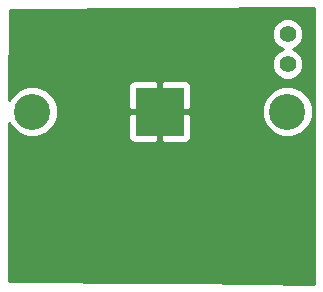
<source format=gbl>
G04 (created by PCBNEW (2013-07-07 BZR 4022)-stable) date 1/19/2014 11:19:52 PM*
%MOIN*%
G04 Gerber Fmt 3.4, Leading zero omitted, Abs format*
%FSLAX34Y34*%
G01*
G70*
G90*
G04 APERTURE LIST*
%ADD10C,0.00590551*%
%ADD11C,0.055*%
%ADD12R,0.16X0.16*%
%ADD13C,0.12*%
%ADD14C,0.035*%
%ADD15C,0.01*%
G04 APERTURE END LIST*
G54D10*
G54D11*
X33030Y-41015D03*
X33030Y-40015D03*
G54D12*
X28770Y-42595D03*
G54D13*
X24520Y-42595D03*
X33020Y-42595D03*
G54D14*
X30590Y-47520D03*
X30880Y-45590D03*
X26525Y-42205D03*
G54D10*
G36*
X33895Y-48329D02*
X33870Y-48329D01*
X33870Y-42426D01*
X33741Y-42114D01*
X33555Y-41927D01*
X33555Y-40911D01*
X33475Y-40718D01*
X33327Y-40570D01*
X33194Y-40514D01*
X33327Y-40460D01*
X33474Y-40312D01*
X33554Y-40119D01*
X33555Y-39911D01*
X33475Y-39718D01*
X33327Y-39570D01*
X33134Y-39490D01*
X32926Y-39489D01*
X32733Y-39569D01*
X32585Y-39717D01*
X32505Y-39910D01*
X32504Y-40118D01*
X32584Y-40312D01*
X32732Y-40459D01*
X32865Y-40515D01*
X32733Y-40569D01*
X32585Y-40717D01*
X32505Y-40910D01*
X32504Y-41118D01*
X32584Y-41312D01*
X32732Y-41459D01*
X32925Y-41539D01*
X33133Y-41540D01*
X33327Y-41460D01*
X33474Y-41312D01*
X33554Y-41119D01*
X33555Y-40911D01*
X33555Y-41927D01*
X33502Y-41874D01*
X33189Y-41745D01*
X32851Y-41744D01*
X32539Y-41873D01*
X32299Y-42112D01*
X32170Y-42425D01*
X32169Y-42763D01*
X32298Y-43075D01*
X32537Y-43315D01*
X32850Y-43444D01*
X33188Y-43445D01*
X33500Y-43316D01*
X33740Y-43077D01*
X33869Y-42764D01*
X33870Y-42426D01*
X33870Y-48329D01*
X29820Y-48291D01*
X29820Y-43345D01*
X29820Y-41844D01*
X29819Y-41745D01*
X29781Y-41653D01*
X29711Y-41582D01*
X29619Y-41544D01*
X28882Y-41545D01*
X28820Y-41607D01*
X28820Y-42545D01*
X29757Y-42545D01*
X29820Y-42482D01*
X29820Y-41844D01*
X29820Y-43345D01*
X29820Y-42707D01*
X29757Y-42645D01*
X28820Y-42645D01*
X28820Y-43582D01*
X28882Y-43645D01*
X29619Y-43645D01*
X29711Y-43607D01*
X29781Y-43536D01*
X29819Y-43444D01*
X29820Y-43345D01*
X29820Y-48291D01*
X28720Y-48281D01*
X28720Y-43582D01*
X28720Y-42645D01*
X28720Y-42545D01*
X28720Y-41607D01*
X28657Y-41545D01*
X27920Y-41544D01*
X27828Y-41582D01*
X27758Y-41653D01*
X27720Y-41745D01*
X27719Y-41844D01*
X27720Y-42482D01*
X27782Y-42545D01*
X28720Y-42545D01*
X28720Y-42645D01*
X27782Y-42645D01*
X27720Y-42707D01*
X27719Y-43345D01*
X27720Y-43444D01*
X27758Y-43536D01*
X27828Y-43607D01*
X27920Y-43645D01*
X28657Y-43645D01*
X28720Y-43582D01*
X28720Y-48281D01*
X23750Y-48235D01*
X23758Y-42978D01*
X23798Y-43075D01*
X24037Y-43315D01*
X24350Y-43444D01*
X24688Y-43445D01*
X25000Y-43316D01*
X25240Y-43077D01*
X25369Y-42764D01*
X25370Y-42426D01*
X25241Y-42114D01*
X25002Y-41874D01*
X24689Y-41745D01*
X24351Y-41744D01*
X24039Y-41873D01*
X23799Y-42112D01*
X23759Y-42208D01*
X23764Y-39209D01*
X33895Y-39145D01*
X33895Y-48329D01*
X33895Y-48329D01*
G37*
G54D15*
X33895Y-48329D02*
X33870Y-48329D01*
X33870Y-42426D01*
X33741Y-42114D01*
X33555Y-41927D01*
X33555Y-40911D01*
X33475Y-40718D01*
X33327Y-40570D01*
X33194Y-40514D01*
X33327Y-40460D01*
X33474Y-40312D01*
X33554Y-40119D01*
X33555Y-39911D01*
X33475Y-39718D01*
X33327Y-39570D01*
X33134Y-39490D01*
X32926Y-39489D01*
X32733Y-39569D01*
X32585Y-39717D01*
X32505Y-39910D01*
X32504Y-40118D01*
X32584Y-40312D01*
X32732Y-40459D01*
X32865Y-40515D01*
X32733Y-40569D01*
X32585Y-40717D01*
X32505Y-40910D01*
X32504Y-41118D01*
X32584Y-41312D01*
X32732Y-41459D01*
X32925Y-41539D01*
X33133Y-41540D01*
X33327Y-41460D01*
X33474Y-41312D01*
X33554Y-41119D01*
X33555Y-40911D01*
X33555Y-41927D01*
X33502Y-41874D01*
X33189Y-41745D01*
X32851Y-41744D01*
X32539Y-41873D01*
X32299Y-42112D01*
X32170Y-42425D01*
X32169Y-42763D01*
X32298Y-43075D01*
X32537Y-43315D01*
X32850Y-43444D01*
X33188Y-43445D01*
X33500Y-43316D01*
X33740Y-43077D01*
X33869Y-42764D01*
X33870Y-42426D01*
X33870Y-48329D01*
X29820Y-48291D01*
X29820Y-43345D01*
X29820Y-41844D01*
X29819Y-41745D01*
X29781Y-41653D01*
X29711Y-41582D01*
X29619Y-41544D01*
X28882Y-41545D01*
X28820Y-41607D01*
X28820Y-42545D01*
X29757Y-42545D01*
X29820Y-42482D01*
X29820Y-41844D01*
X29820Y-43345D01*
X29820Y-42707D01*
X29757Y-42645D01*
X28820Y-42645D01*
X28820Y-43582D01*
X28882Y-43645D01*
X29619Y-43645D01*
X29711Y-43607D01*
X29781Y-43536D01*
X29819Y-43444D01*
X29820Y-43345D01*
X29820Y-48291D01*
X28720Y-48281D01*
X28720Y-43582D01*
X28720Y-42645D01*
X28720Y-42545D01*
X28720Y-41607D01*
X28657Y-41545D01*
X27920Y-41544D01*
X27828Y-41582D01*
X27758Y-41653D01*
X27720Y-41745D01*
X27719Y-41844D01*
X27720Y-42482D01*
X27782Y-42545D01*
X28720Y-42545D01*
X28720Y-42645D01*
X27782Y-42645D01*
X27720Y-42707D01*
X27719Y-43345D01*
X27720Y-43444D01*
X27758Y-43536D01*
X27828Y-43607D01*
X27920Y-43645D01*
X28657Y-43645D01*
X28720Y-43582D01*
X28720Y-48281D01*
X23750Y-48235D01*
X23758Y-42978D01*
X23798Y-43075D01*
X24037Y-43315D01*
X24350Y-43444D01*
X24688Y-43445D01*
X25000Y-43316D01*
X25240Y-43077D01*
X25369Y-42764D01*
X25370Y-42426D01*
X25241Y-42114D01*
X25002Y-41874D01*
X24689Y-41745D01*
X24351Y-41744D01*
X24039Y-41873D01*
X23799Y-42112D01*
X23759Y-42208D01*
X23764Y-39209D01*
X33895Y-39145D01*
X33895Y-48329D01*
M02*

</source>
